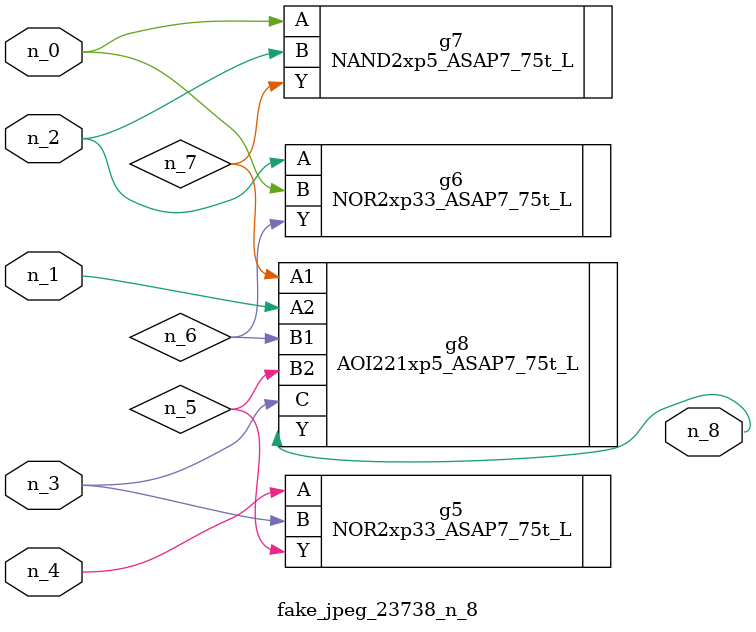
<source format=v>
module fake_jpeg_23738_n_8 (n_3, n_2, n_1, n_0, n_4, n_8);

input n_3;
input n_2;
input n_1;
input n_0;
input n_4;

output n_8;

wire n_6;
wire n_5;
wire n_7;

NOR2xp33_ASAP7_75t_L g5 ( 
.A(n_4),
.B(n_3),
.Y(n_5)
);

NOR2xp33_ASAP7_75t_L g6 ( 
.A(n_2),
.B(n_0),
.Y(n_6)
);

NAND2xp5_ASAP7_75t_L g7 ( 
.A(n_0),
.B(n_2),
.Y(n_7)
);

AOI221xp5_ASAP7_75t_L g8 ( 
.A1(n_7),
.A2(n_1),
.B1(n_6),
.B2(n_5),
.C(n_3),
.Y(n_8)
);


endmodule
</source>
